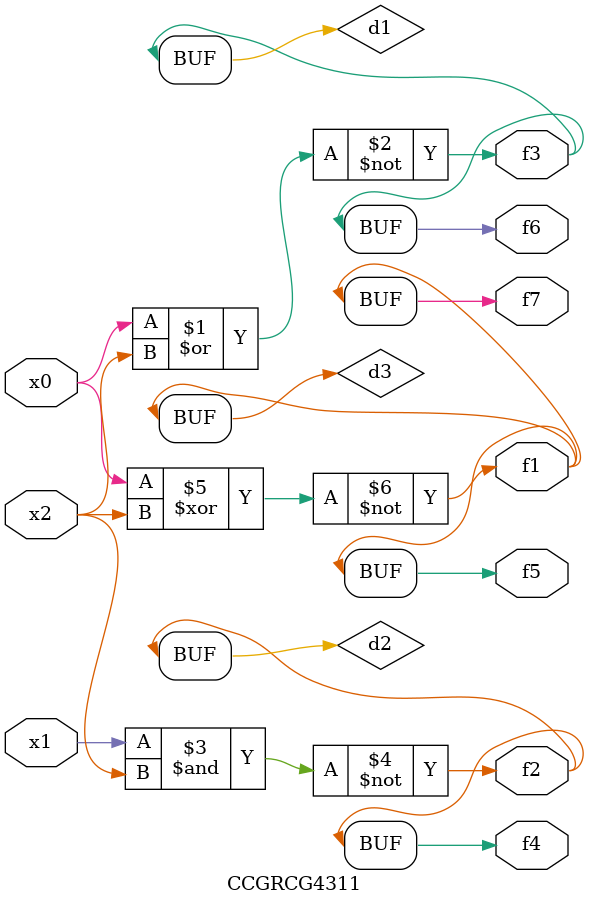
<source format=v>
module CCGRCG4311(
	input x0, x1, x2,
	output f1, f2, f3, f4, f5, f6, f7
);

	wire d1, d2, d3;

	nor (d1, x0, x2);
	nand (d2, x1, x2);
	xnor (d3, x0, x2);
	assign f1 = d3;
	assign f2 = d2;
	assign f3 = d1;
	assign f4 = d2;
	assign f5 = d3;
	assign f6 = d1;
	assign f7 = d3;
endmodule

</source>
